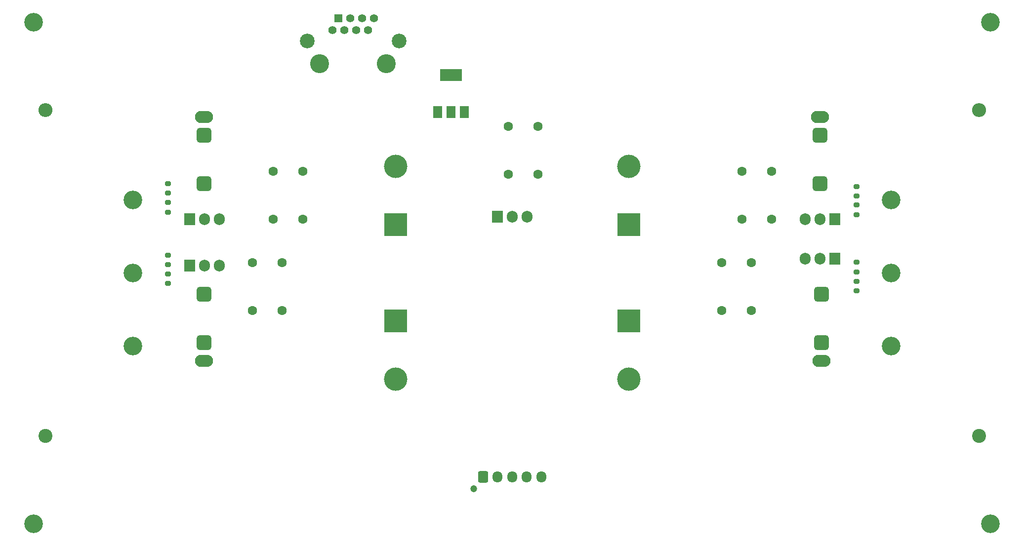
<source format=gbr>
%TF.GenerationSoftware,KiCad,Pcbnew,7.0.7-7.0.7~ubuntu20.04.1*%
%TF.CreationDate,2023-09-07T15:22:03-07:00*%
%TF.ProjectId,strobe-controller,7374726f-6265-42d6-936f-6e74726f6c6c,rev?*%
%TF.SameCoordinates,Original*%
%TF.FileFunction,Soldermask,Top*%
%TF.FilePolarity,Negative*%
%FSLAX46Y46*%
G04 Gerber Fmt 4.6, Leading zero omitted, Abs format (unit mm)*
G04 Created by KiCad (PCBNEW 7.0.7-7.0.7~ubuntu20.04.1) date 2023-09-07 15:22:03*
%MOMM*%
%LPD*%
G01*
G04 APERTURE LIST*
G04 Aperture macros list*
%AMRoundRect*
0 Rectangle with rounded corners*
0 $1 Rounding radius*
0 $2 $3 $4 $5 $6 $7 $8 $9 X,Y pos of 4 corners*
0 Add a 4 corners polygon primitive as box body*
4,1,4,$2,$3,$4,$5,$6,$7,$8,$9,$2,$3,0*
0 Add four circle primitives for the rounded corners*
1,1,$1+$1,$2,$3*
1,1,$1+$1,$4,$5*
1,1,$1+$1,$6,$7*
1,1,$1+$1,$8,$9*
0 Add four rect primitives between the rounded corners*
20,1,$1+$1,$2,$3,$4,$5,0*
20,1,$1+$1,$4,$5,$6,$7,0*
20,1,$1+$1,$6,$7,$8,$9,0*
20,1,$1+$1,$8,$9,$2,$3,0*%
G04 Aperture macros list end*
%ADD10C,3.200000*%
%ADD11C,1.600200*%
%ADD12RoundRect,0.200000X0.275000X-0.200000X0.275000X0.200000X-0.275000X0.200000X-0.275000X-0.200000X0*%
%ADD13RoundRect,0.200000X-0.275000X0.200000X-0.275000X-0.200000X0.275000X-0.200000X0.275000X0.200000X0*%
%ADD14R,1.905000X2.000000*%
%ADD15O,1.905000X2.000000*%
%ADD16O,3.100000X2.100000*%
%ADD17RoundRect,0.650000X0.650000X0.650000X-0.650000X0.650000X-0.650000X-0.650000X0.650000X-0.650000X0*%
%ADD18RoundRect,0.650000X-0.650000X-0.650000X0.650000X-0.650000X0.650000X0.650000X-0.650000X0.650000X0*%
%ADD19R,4.000000X4.000000*%
%ADD20C,4.000000*%
%ADD21C,2.400000*%
%ADD22O,2.400000X2.400000*%
%ADD23R,1.500000X2.000000*%
%ADD24R,3.800000X2.000000*%
%ADD25C,1.200000*%
%ADD26RoundRect,0.250000X-0.600000X-0.725000X0.600000X-0.725000X0.600000X0.725000X-0.600000X0.725000X0*%
%ADD27O,1.700000X1.950000*%
%ADD28C,2.520000*%
%ADD29R,1.398000X1.398000*%
%ADD30C,1.398000*%
%ADD31C,3.250000*%
G04 APERTURE END LIST*
D10*
%TO.C,H106*%
X182000000Y-143000000D03*
%TD*%
%TO.C,H105*%
X18000000Y-143000000D03*
%TD*%
%TO.C,H104*%
X18000000Y-57000000D03*
%TD*%
%TO.C,H103*%
X182000000Y-57000000D03*
%TD*%
D11*
%TO.C,J105*%
X60580000Y-106404200D03*
X60580000Y-98200000D03*
X55500000Y-106404200D03*
X55500000Y-98200000D03*
%TD*%
%TO.C,J104*%
X59020000Y-82545800D03*
X59020000Y-90750000D03*
X64100000Y-82545800D03*
X64100000Y-90750000D03*
%TD*%
%TO.C,J103*%
X135900000Y-98200000D03*
X135900000Y-106404200D03*
X140980000Y-98200000D03*
X140980000Y-106404200D03*
%TD*%
%TO.C,J102*%
X144500000Y-90750000D03*
X144500000Y-82545800D03*
X139420000Y-90750000D03*
X139420000Y-82545800D03*
%TD*%
D10*
%TO.C,H102*%
X35000000Y-87500000D03*
X35000000Y-100000000D03*
X35000000Y-112500000D03*
%TD*%
%TO.C,H101*%
X165000000Y-112500000D03*
X165000000Y-100000000D03*
X165000000Y-87500000D03*
%TD*%
D12*
%TO.C,R502*%
X41000000Y-87925000D03*
X41000000Y-89575000D03*
%TD*%
D13*
%TO.C,R501*%
X41000000Y-84675000D03*
X41000000Y-86325000D03*
%TD*%
%TO.C,R402*%
X41000000Y-96925000D03*
X41000000Y-98575000D03*
%TD*%
D12*
%TO.C,R401*%
X41000000Y-101825000D03*
X41000000Y-100175000D03*
%TD*%
D13*
%TO.C,R302*%
X159000000Y-98175000D03*
X159000000Y-99825000D03*
%TD*%
D12*
%TO.C,R301*%
X159000000Y-103075000D03*
X159000000Y-101425000D03*
%TD*%
D14*
%TO.C,Q501*%
X44700000Y-90750000D03*
D15*
X47240000Y-90750000D03*
X49780000Y-90750000D03*
%TD*%
D14*
%TO.C,Q401*%
X44700000Y-98750000D03*
D15*
X47240000Y-98750000D03*
X49780000Y-98750000D03*
%TD*%
D14*
%TO.C,Q301*%
X155300000Y-97550000D03*
D15*
X152760000Y-97550000D03*
X150220000Y-97550000D03*
%TD*%
D16*
%TO.C,J502*%
X47200000Y-73270000D03*
D17*
X47200000Y-84670000D03*
X47200000Y-76370000D03*
%TD*%
D16*
%TO.C,J402*%
X47200000Y-115080000D03*
D18*
X47200000Y-103680000D03*
X47200000Y-111980000D03*
%TD*%
D16*
%TO.C,J302*%
X153000000Y-115080000D03*
D18*
X153000000Y-103680000D03*
X153000000Y-111980000D03*
%TD*%
D19*
%TO.C,C501*%
X80000000Y-91750000D03*
D20*
X80000000Y-81750000D03*
%TD*%
%TO.C,C401*%
X80000000Y-118250000D03*
D19*
X80000000Y-108250000D03*
%TD*%
D20*
%TO.C,C301*%
X120000000Y-118250000D03*
D19*
X120000000Y-108250000D03*
%TD*%
D12*
%TO.C,R202*%
X159000000Y-90000000D03*
X159000000Y-88350000D03*
%TD*%
D13*
%TO.C,R201*%
X159000000Y-85175000D03*
X159000000Y-86825000D03*
%TD*%
D14*
%TO.C,Q201*%
X155300000Y-90750000D03*
D15*
X152760000Y-90750000D03*
X150220000Y-90750000D03*
%TD*%
D16*
%TO.C,J202*%
X152800000Y-73270000D03*
D17*
X152800000Y-84670000D03*
X152800000Y-76370000D03*
%TD*%
D19*
%TO.C,C201*%
X120000000Y-91750000D03*
D20*
X120000000Y-81750000D03*
%TD*%
D21*
%TO.C,R110*%
X20000000Y-127940000D03*
D22*
X20000000Y-72060000D03*
%TD*%
%TO.C,R109*%
X180000000Y-72060000D03*
D21*
X180000000Y-127940000D03*
%TD*%
D23*
%TO.C,Q105*%
X87200000Y-72400000D03*
D24*
X89500000Y-66100000D03*
D23*
X89500000Y-72400000D03*
X91800000Y-72400000D03*
%TD*%
D25*
%TO.C,D101*%
X93400000Y-137000000D03*
D26*
X95000000Y-135000000D03*
D27*
X97500000Y-135000000D03*
X100000000Y-135000000D03*
X102500000Y-135000000D03*
X105000000Y-135000000D03*
%TD*%
D28*
%TO.C,CO101*%
X80600000Y-60225340D03*
X64900000Y-60225340D03*
D29*
X70215000Y-56335340D03*
D30*
X69195000Y-58365340D03*
X71225000Y-58365340D03*
X74275000Y-56335340D03*
X76305000Y-56335340D03*
X75285000Y-58365340D03*
X72245000Y-56335340D03*
X73255000Y-58365340D03*
D31*
X78465000Y-64085340D03*
X67035000Y-64085340D03*
%TD*%
D11*
%TO.C,J101*%
X99379200Y-74874500D03*
X99379200Y-83078700D03*
X104459200Y-74874500D03*
X104459200Y-83078700D03*
%TD*%
D15*
%TO.C,D103*%
X102540000Y-90355000D03*
X100000000Y-90355000D03*
D14*
X97460000Y-90355000D03*
%TD*%
M02*

</source>
